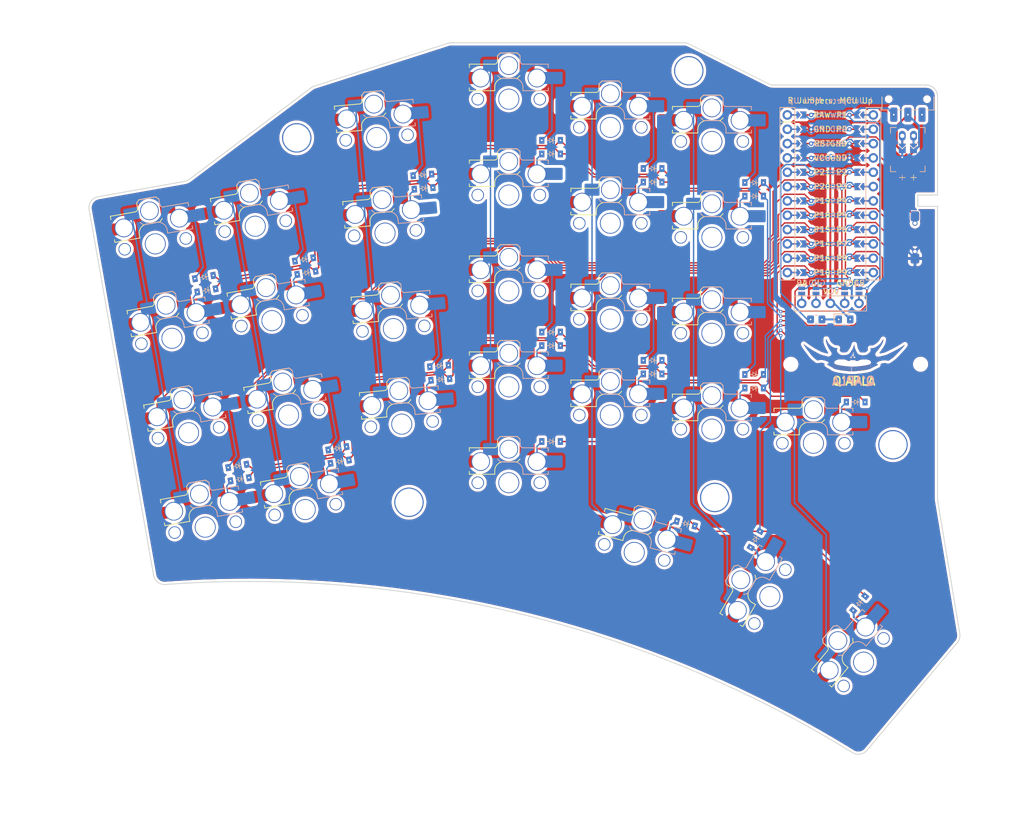
<source format=kicad_pcb>
(kicad_pcb (version 20240108) (generator "pcbnew") (generator_version "8.0")
  (title_block (title "qapla_choc") (date "2024-08-30") (rev "v1.0.0") (company "Unknown"))
  (layers (0 "F.Cu" signal) (31 "B.Cu" signal) (34 "B.Paste" user) (35 "F.Paste" user) (36 "B.SilkS" user "B.Silkscreen") (37 "F.SilkS" user "F.Silkscreen") (38 "B.Mask" user) (39 "F.Mask" user) (44 "Edge.Cuts" user))
  (net 0 "")
  (net 1 "P20")
  (net 2 "outer_bottom")
  (net 3 "GND")
  (net 4 "outer_home")
  (net 5 "outer_top")
  (net 6 "outer_num")
  (net 7 "P19")
  (net 8 "pinky_bottom")
  (net 9 "pinky_home")
  (net 10 "pinky_top")
  (net 11 "pinky_num")
  (net 12 "P18")
  (net 13 "ring_bottom")
  (net 14 "ring_home")
  (net 15 "ring_top")
  (net 16 "ring_num")
  (net 17 "P15")
  (net 18 "middle_mod")
  (net 19 "middle_bottom")
  (net 20 "middle_home")
  (net 21 "middle_top")
  (net 22 "middle_num")
  (net 23 "P14")
  (net 24 "index_bottom")
  (net 25 "index_home")
  (net 26 "index_top")
  (net 27 "index_num")
  (net 28 "P16")
  (net 29 "inner_bottom")
  (net 30 "inner_home")
  (net 31 "inner_top")
  (net 32 "inner_num")
  (net 33 "P10")
  (net 34 "inner_far_bottom")
  (net 35 "alt_mod")
  (net 36 "inner_mod")
  (net 37 "outer_mod")
  (net 38 "P7")
  (net 39 "P9")
  (net 40 "P6")
  (net 41 "P8")
  (net 42 "P5")
  (net 43 "RAW")
  (net 44 "RST")
  (net 45 "VCC")
  (net 46 "P21")
  (net 47 "P1")
  (net 48 "P0")
  (net 49 "P2")
  (net 50 "P3")
  (net 51 "P4")
  (net 52 "MCU1_24")
  (net 53 "MCU1_1")
  (net 54 "MCU1_23")
  (net 55 "MCU1_2")
  (net 56 "MCU1_22")
  (net 57 "MCU1_3")
  (net 58 "MCU1_21")
  (net 59 "MCU1_4")
  (net 60 "MCU1_20")
  (net 61 "MCU1_5")
  (net 62 "MCU1_19")
  (net 63 "MCU1_6")
  (net 64 "MCU1_18")
  (net 65 "MCU1_7")
  (net 66 "MCU1_17")
  (net 67 "MCU1_8")
  (net 68 "MCU1_16")
  (net 69 "MCU1_9")
  (net 70 "MCU1_15")
  (net 71 "MCU1_10")
  (net 72 "MCU1_14")
  (net 73 "MCU1_11")
  (net 74 "MCU1_13")
  (net 75 "MCU1_12")
  (net 76 "DISP1_1")
  (net 77 "DISP1_2")
  (net 78 "DISP1_4")
  (net 79 "DISP1_5")
  (net 80 "BAT_P")
  (net 81 "JST1_1")
  (net 82 "JST1_2")
  (net 83 "_3_1")
  (footprint "ceoloide:mcu_nice_nano" (layer "F.Cu") (at 232.300778 53.578295)
    (property "Reference" "MCU1" (hide yes))
    (property "Value" "")
  )
  (footprint "switch_JS102011SAQN" (layer "F.Cu") (at 246.050781 38.078293 180)
    (property "Reference" "_2" (hide yes))
    (property "Value" "")
  )
  (footprint "footprints:batleth" (layer "F.Cu") (at 236.55 83.45)
    (property "Reference" "")
    (property "Value" "")
    (property "reference" "LOGO" (hide yes))
    (property "value" "LOGO" (hide yes))
  )
  (footprint "reset_switch" (layer "F.Cu") (at 247.300783 62.578297 90)
    (property "Reference" "_1" (hide yes))
    (property "Value" "" (hide yes))
  )
  (footprint "ceoloide:mounting_hole_plated" (layer "F.Cu") (at 211.807753 108.690758)
    (property "Reference" "H4" (hide yes))
    (property "Value" "")
  )
  (footprint "D_0805_2012Metric_Pad1.15x1.40mm_HandSolder" (layer "F.Cu") (at 232.300784 77.128299)
    (property "Reference" "_3" (hide yes))
    (property "Value" "")
  )
  (footprint "ceoloide:mounting_hole_plated" (layer "F.Cu") (at 137.70775 44.940761)
    (property "Reference" "H1" (hide yes))
    (property "Value" "")
  )
  (footprint "ceoloide:mounting_hole_plated" (layer "F.Cu") (at 207.207758 33.040753)
    (property "Reference" "H3" (hide yes))
    (property "Value" "")
  )
  (footprint "ceoloide:mounting_hole_plated" (layer "F.Cu") (at 243.407753 99.34076)
    (property "Reference" "H5" (hide yes))
    (property "Value" "")
  )
  (footprint "ceoloide:mounting_hole_npth" (layer "F.Cu") (at 225.300786 85.078298)
    (property "Reference" "MH1" (hide yes))
    (property "Value" "")
  )
  (footprint "ceoloide:mounting_hole_npth" (layer "F.Cu") (at 248.300785 85.078294)
    (property "Reference" "MH2" (hide yes))
    (property "Value" "")
  )
  (footprint "R_0805_2012Metric_Pad1.20x1.40mm_HandSolder" (layer "F.Cu") (at 232.300784 77.128299)
    (property "Reference" "_3" (hide yes))
    (property "Value" "")
  )
  (footprint "ceoloide:mounting_hole_plated" (layer "F.Cu") (at 157.607753 109.540759)
    (property "Reference" "H2" (hide yes))
    (property "Value" "")
  )
  (footprint "ceoloide:display_nice_view" (layer "F.Cu") (at 232.300783 57.578292)
    (property "Reference" "DISP1" (hide yes))
    (property "Value" "")
  )
  (footprint "ceoloide:battery_connector_jst_ph_2" (layer "F.Cu") (at 246.050786 44.5783)
    (property "Reference" "JST1" (hide yes))
    (property "Value" "")
  )
  (footprint "ceoloide:diode_tht_sod123" (layer "B.Cu") (at 219.004948 116.117375 -120)
    (property "Reference" "D28" (hide yes))
    (property "Value" "")
  )
  (footprint "ceoloide:switch_choc_v1_v2" (layer "B.Cu") (at 238.197059 137.892662 50)
    (property "Reference" "S29" (hide yes))
    (property "Value" "")
  )
  (footprint "ceoloide:switch_choc_v1_v2" (layer "B.Cu") (at 221.576934 126.262563 60)
    (property "Reference" "S28" (hide yes))
    (property "Value" "")
  )
  (footprint "ceoloide:diode_tht_sod123" (layer "B.Cu") (at 145.328697 102.338244 -170)
    (property "Reference" "D15" (hide yes))
    (property "Value" "")
  )
  (footprint "ceoloide:switch_choc_v1_v2" (layer "B.Cu") (at 193.300785 60.078296)
    (property "Reference" "S20" (hide yes))
    (property "Value" "")
  )
  (footprint "ceoloide:switch_choc_v1_v2" (layer "B.Cu") (at 211.300785 45.5783)
    (property "Reference" "S25" (hide yes))
    (property "Value" "")
  )
  (footprint "ceoloide:switch_choc_v1_v2" (layer "B.Cu") (at 139.210276 110.829706 10)
    (property "Reference" "S5" (hide yes))
    (property "Value" "")
  )
  (footprint "ceoloide:diode_tht_sod123" (layer "B.Cu") (at 218.800777 89.278296 180)
    (property "Reference" "D24" (hide yes))
    (property "Value" "")
  )
  (footprint "ceoloide:switch_choc_v1_v2" (layer "B.Cu") (at 193.300788 77.078298)
    (property "Reference" "S19" (hide yes))
    (property "Value" "")
  )
  (footprint "ceoloide:switch_choc_v1_v2" (layer "B.Cu") (at 211.300784 79.578296)
    (property "Reference" "S23" (hide yes))
    (property "Value" "")
  )
  (footprint "ceoloide:switch_choc_v1_v2" (layer "B.Cu") (at 211.300783 96.5783)
    (property "Reference" "S22" (hide yes))
    (property "Value" "")
  )
  (footprint "ceoloide:diode_tht_sod123" (layer "B.Cu") (at 237.425842 127.454981 -130)
    (property "Reference" "D29" (hide yes))
    (property "Value" "")
  )
  (footprint "ceoloide:diode_tht_sod123" (layer "B.Cu") (at 182.800784 79.378297 180)
    (property "Reference" "D7" (hide yes))
    (property "Value" "")
  )
  (footprint "ceoloide:diode_tht_sod123" (layer "B.Cu") (at 182.800781 45.378299 180)
    (property "Reference" "D8" (hide yes))
    (property "Value" "")
  )
  (footprint "ceoloide:diode_tht_sod123" (layer "B.Cu") (at 218.800783 86.8783 180)
    (property "Reference" "D11" (hide yes))
    (property "Value" "")
  )
  (footprint "ceoloide:diode_tht_sod123" (layer "B.Cu") (at 236.800784 91.778298 180)
    (property "Reference" "D26" (hide yes))
    (property "Value" "")
  )
  (footprint "ceoloide:diode_tht_sod123" (layer "B.Cu") (at 218.80078 52.878298 180)
    (property "Reference" "D12" (hide yes))
    (property "Value" "")
  )
  (footprint "ceoloide:diode_tht_sod123" (layer "B.Cu") (at 200.800785 50.378305 180)
    (property "Reference" "D10" (hide yes))
    (property "Value" "")
  )
  (footprint "ceoloide:diode_tht_sod123" (layer "B.Cu") (at 139.424665 68.854784 -170)
    (property "Reference" "D16" (hide yes))
    (property "Value" "")
  )
  (footprint "ceoloide:switch_choc_v1_v2" (layer "B.Cu") (at 156.323412 95.692769 5)
    (property "Reference" "S9" (hide yes))
    (property "Value" "")
  )
  (footprint "ceoloide:switch_choc_v1_v2" (layer "B.Cu") (at 133.306238 77.346242 10)
    (property "Reference" "S7" (hide yes))
    (property "Value" "")
  )
  (footprint "ceoloide:switch_choc_v1_v2" (layer "B.Cu") (at 115.579701 80.471907 10)
    (property "Reference" "S3" (hide yes))
    (property "Value" "")
  )
  (footprint "ceoloide:diode_tht_sod123" (layer "B.Cu") (at 206.677248 113.316648 165)
    (property "Reference" "D27" (hide yes))
    (property "Value" "")
  )
  (footprint "ceoloide:diode_tht_sod123" (layer "B.Cu") (at 162.94946 85.376006 -175)
    (property "Reference" "D5" (hide yes))
    (property "Value" "")
  )
  (footprint "ceoloide:switch_choc_v1_v2" (layer "B.Cu") (at 130.354217 60.604508 10)
    (property "Reference" "S8" (hide yes))
    (property "Value" "")
  )
  (footprint "ceoloide:switch_choc_v1_v2" (layer "B.Cu") (at 154.841766 78.757458 5)
    (property "Reference" "S10" (hide yes))
    (property "Value" "")
  )
  (footprint "ceoloide:diode_tht_sod123" (layer "B.Cu") (at 200.800786 86.778299 180)
    (property "Reference" "D22" (hide yes))
    (property "Value" "")
  )
  (footprint "ceoloide:switch_choc_v1_v2" (layer "B.Cu") (at 175.300786 89.078299)
    (property "Reference" "S14" (hide yes))
    (property "Value" "")
  )
  (footprint "ceoloide:diode_tht_sod123" (layer "B.Cu") (at 121.281374 69.61691 -170)
    (property "Reference" "D2" (hide yes))
    (property "Value" "")
  )
  (footprint "ceoloide:switch_choc_v1_v2" (layer "B.Cu") (at 193.300781 43.078299)
    (property "Reference" "S21" (hide yes))
    (property "Value" "")
  )
  (footprint "ceoloide:switch_choc_v1_v2" (layer "B.Cu") (at 211.300781 62.578298)
    (property "Reference" "S24" (hide yes))
    (property "Value" "")
  )
  (footprint "ceoloide:diode_tht_sod123" (layer "B.Cu") (at 218.800781 55.2783 180)
    (property "Reference" "D25" (hide yes))
    (property "Value" "")
  )
  (footprint "ceoloide:diode_tht_sod123" (layer "B.Cu") (at 127.185404 103.100376 -170)
    (property "Reference" "D1" (hide yes))
    (property "Value" "")
  )
  (footprint "ceoloide:switch_choc_v1_v2" (layer "B.Cu") (at 121.483735 113.955374 10)
    (property "Reference" "S1" (hide yes))
    (property "Value" "")
  )
  (footprint "ceoloide:diode_tht_sod123" (layer "B.Cu") (at 159.986164 51.505387 -175)
    (property "Reference" "D6" (hide yes))
    (property "Value" "")
  )
  (footprint "ceoloide:diode_tht_sod123" (layer "B.Cu") (at 182.800783 98.778298 180)
    (property "Reference" "D19" (hide yes))
    (property "Value" "")
  )
  (footprint "ceoloide:diode_tht_sod123" (layer "B.Cu") (at 160.195337 53.896256 -175)
    (property "Reference" "D18" (hide yes))
    (property "Value" "")
  )
  (footprint "ceoloide:switch_choc_v1_v2" (layer "B.Cu") (at 151.878474 44.886835 5)
    (property "Reference" "S12" (hide yes))
    (property "Value" "")
  )
  (footprint "ceoloide:diode_tht_sod123" (layer "B.Cu") (at 200.800782 52.7783 180)
    (property "Reference" "D23" (hide yes))
    (property "Value" "")
  )
  (footprint "ceoloide:switch_choc_v1_v2" (layer "B.Cu") (at 175.30078 106.078298)
    (property "Reference" "S13" (hide yes))
    (property "Value" "")
  )
  (footprint "ceoloide:switch_choc_v1_v2" (layer "B.Cu") (at 118.531718 97.213637 10)
    (property "Reference" "S2" (hide yes))
    (property "Value" "")
  )
  (footprint "ceoloide:diode_tht_sod123" (layer "B.Cu") (at 121.698129 71.980446 -170)
    (property "Reference" "D14" (hide yes))
    (property "Value" "")
  )
  (footprint "ceoloide:diode_tht_sod123" (layer "B.Cu") (at 139.007911 66.491243 -170)
    (property "Reference" "D4" (hide yes))
    (property "Value" "")
  )
  (footprint "ceoloide:switch_choc_v1_v2" (layer "B.Cu") (at 175.300784 38.0783)
    (property "Reference" "S17" (hide yes))
    (property "Value" "")
  )
  (footprint "ceoloide:diode_tht_sod123" (layer "B.Cu") (at 200.800785 84.378294 180)
    (property "Reference" "D9" (hide yes))
    (property "Value" "")
  )
  (footprint "ceoloide:switch_choc_v1_v2" (layer "B.Cu") (at 112.627677 63.730174 10)
    (property "Reference" "S4" (hide yes))
    (property "Value" "")
  )
  (footprint "ceoloide:diode_tht_sod123" (layer "B.Cu") (at 163.15863 87.766873 -175)
    (property "Reference" "D17" (hide yes))
    (property "Value" "")
  )
  (footprint "ceoloide:diode_tht_sod123" (layer "B.Cu") (at 127.602162 105.463915 -170)
    (property "Reference" "D13" (hide yes))
    (property "Value" "")
  )
  (footprint "ceoloide:switch_choc_v1_v2" (layer "B.Cu") (at 153.360115 61.822146 5)
    (property "Reference" "S11" (hide yes))
    (property "Value" "")
  )
  (footprint "ceoloide:switch_choc_v1_v2" (layer "B.Cu") (at 175.300786 72.078296)
    (property "Reference" "S15" (hide yes))
    (property "Value" "")
  )
  (footprint "ceoloide:switch_choc_v1_v2" (layer "B.Cu") (at 229.300782 99.078294)
    (property "Reference" "S26" (hide yes))
    (property "Value" "")
  )
  (footprint "ceoloide:switch_choc_v1_v2" (layer "B.Cu") (at 197.54342 118.426766 -15)
    (property "Reference" "S27" (hide yes))
    (property "Value" "")
  )
  (footprint "ceoloide:switch_choc_v1_v2" (layer "B.Cu") (at 193.300783 94.078298)
    (property "Reference" "S18" (hide yes))
    (property "Value" "")
  )
  (footprint "ceoloide:switch_choc_v1_v2" (layer "B.Cu") (at 136.258257 94.087968 10)
    (property "Reference" "S6" (hide yes))
    (property "Value" "")
  )
  (footprint "ceoloide:diode_tht_sod123" (layer "B.Cu") (at 144.911946 99.974707 -170)
    (property "Reference" "D3" (hide yes))
    (property "Value" "")
  )
  (footprint "ceoloide:switch_choc_v1_v2" (layer "B.Cu") (at 175.300783 55.078299)
    (property "Reference" "S16" (hide yes))
    (property "Value" "")
  )
  (footprint "ceoloide:diode_tht_sod123" (layer "B.Cu") (at 182.800786 47.778294 180)
    (property "Reference" "D21" (hide yes))
    (property "Value" "")
  )
  (footprint "ceoloide:diode_tht_sod123" (layer "B.Cu") (at 182.800786 81.778301 180)
    (property "Reference" "D20" (hide yes))
    (property "Value" "")
  )
  (gr_line (start 247.800783 57.078298) (end 251.300785 57.0783) (stroke (width 0.15)) (layer "Edge.Cuts"))
  (gr_line (start 207.223075 28.289442) (end 221.378494 35.367151) (stroke (width 0.15)) (layer "Edge.Cuts"))
  (gr_arc (start 118.660063 52.291984) (mid 118.254743 52.527868) (end 117.805639 52.662893) (stroke (width 0.15)) (layer "Edge.Cuts"))
  (gr_arc (start 100.898015 57.675022) (mid 101.229343 56.18059) (end 102.520335 55.358105) (stroke (width 0.15)) (layer "Edge.Cuts"))
  (gr_arc (start 255.24917 132.817462) (mid 255.205609 133.672636) (end 254.808361 134.431185) (stroke (width 0.15)) (layer "Edge.Cuts"))
  (gr_line (start 251.300785 55.0783) (end 251.300785 37.578304) (stroke (width 0.15)) (layer "Edge.Cuts"))
  (gr_line (start 112.323875 122.474303) (end 100.898015 57.675022) (stroke (width 0.15)) (layer "Edge.Cuts"))
  (gr_line (start 165.112998 28.078295) (end 206.328646 28.078299) (stroke (width 0.15)) (layer "Edge.Cuts"))
  (gr_line (start 254.808361 134.431185) (end 238.798728 153.510721) (stroke (width 0.15)) (layer "Edge.Cuts"))
  (gr_line (start 118.660063 52.291984) (end 140.27667 36.043133) (stroke (width 0.15)) (layer "Edge.Cuts"))
  (gr_arc (start 140.27667 36.043133) (mid 140.559895 35.865232) (end 140.868802 35.737005) (stroke (width 0.15)) (layer "Edge.Cuts"))
  (gr_line (start 251.300785 55.0783) (end 247.800786 55.078293) (stroke (width 0.15)) (layer "Edge.Cuts"))
  (gr_arc (start 238.798728 153.510721) (mid 237.584787 154.199674) (end 236.215877 153.926884) (stroke (width 0.15)) (layer "Edge.Cuts"))
  (gr_arc (start 249.300784 35.578297) (mid 250.714963 36.164101) (end 251.300785 37.578304) (stroke (width 0.15)) (layer "Edge.Cuts"))
  (gr_arc (start 164.503414 28.173458) (mid 164.804514 28.102224) (end 165.112998 28.078295) (stroke (width 0.15)) (layer "Edge.Cuts"))
  (gr_line (start 251.327882 109.241251) (end 255.24917 132.817462) (stroke (width 0.15)) (layer "Edge.Cuts"))
  (gr_line (start 251.30078 108.913109) (end 251.300785 57.0783) (stroke (width 0.15)) (layer "Edge.Cuts"))
  (gr_line (start 140.868802 35.737005) (end 164.503414 28.173458) (stroke (width 0.15)) (layer "Edge.Cuts"))
  (gr_arc (start 114.439552 124.121663) (mid 113.064751 123.705055) (end 112.323876 122.474303) (stroke (width 0.15)) (layer "Edge.Cuts"))
  (gr_line (start 102.520335 55.358105) (end 117.805638 52.662892) (stroke (width 0.15)) (layer "Edge.Cuts"))
  (gr_arc (start 222.272917 35.578295) (mid 221.813417 35.524784) (end 221.378494 35.367151) (stroke (width 0.15)) (layer "Edge.Cuts"))
  (gr_arc (start 206.328646 28.078299) (mid 206.788153 28.1318) (end 207.223076 28.289444) (stroke (width 0.15)) (layer "Edge.Cuts"))
  (gr_line (start 222.272917 35.578295) (end 249.300784 35.578297) (stroke (width 0.15)) (layer "Edge.Cuts"))
  (gr_line (start 247.800786 55.078293) (end 247.800783 57.078298) (stroke (width 0.15)) (layer "Edge.Cuts"))
  (gr_arc (start 251.327882 109.241251) (mid 251.307571 109.077738) (end 251.30078 108.913109) (stroke (width 0.15)) (layer "Edge.Cuts"))
  (gr_arc (start 114.43955 124.121665) (mid 177.680181 129.412708) (end 236.215877 153.926884) (stroke (width 0.15)) (layer "Edge.Cuts"))
  (gr_text "Q'APLA" (at 240.4 88.95 0) (layer "B.SilkS") (effects (font (size 1.5 1.5) (thickness 0.3) (bold yes)) (justify left bottom mirror)))
  (gr_text "Q'APLA" (at 232.5 88.95 0) (layer "F.SilkS") (effects (font (size 1.5 1.5) (thickness 0.3) (bold yes)) (justify left bottom)))
  (segment (start 227.525785 53.578297) (end 228.900787 53.578295) (width 0.25) (layer "F.Cu") (net 1))
  (segment (start 220.56802 67.1) (end 184.309188 67.1) (width 0.25) (layer "F.Cu") (net 1))
  (segment (start 184.309188 67.1) (end 180.009188 62.8) (width 0.25) (layer "F.Cu") (net 1))
  (segment (start 221.255778 62.95601) (end 221.255778 66.412242) (width 0.25) (layer "F.Cu") (net 1))
  (segment (start 149.944701 73.032507) (end 145.684016 73.032507) (width 0.25) (layer "F.Cu") (net 1))
  (segment (start 160.177208 62.8) (end 149.944701 73.032507) (width 0.25) (layer "F.Cu") (net 1))
  (segment (start 228.900778 53.578295) (end 227.725778 52.403295) (width 0.25) (layer "F.Cu") (net 1))
  (segment (start 145.684016 73.032507) (end 129.566523 89.15) (width 0.25) (layer "F.Cu") (net 1))
  (segment (start 129.566523 89.15) (end 115.861896 89.15) (width 0.25) (layer "F.Cu") (net 1))
  (segment (start 222.15 62.061788) (end 221.255778 62.95601) (width 0.25) (layer "F.Cu") (net 1))
  (segment (start 221.255778 66.412242) (end 220.56802 67.1) (width 0.25) (layer "F.Cu") (net 1))
  (segment (start 227.725778 52.403295) (end 224.194077 52.403295) (width 0.25) (layer "F.Cu") (net 1))
  (segment (start 224.194077 52.403295) (end 222.15 54.447372) (width 0.25) (layer "F.Cu") (net 1))
  (segment (start 222.15 54.447372) (end 222.15 62.061788) (width 0.25) (layer "F.Cu") (net 1))
  (segment (start 115.861896 89.15) (end 112.956499 92.055397) (width 0.25) (layer "F.Cu") (net 1))
  (segment (start 112.956499 92.055397) (end 112.956499 94.388849) (width 0.25) (layer "F.Cu") (net 1))
  (segment (start 180.009188 62.8) (end 160.177208 62.8) (width 0.25) (layer "F.Cu") (net 1))
  (segment (start 235.400477 52.853297) (end 234.895477 53.358298) (width 0.25) (layer "B.Cu") (net 1))
  (segment (start 234.895477 53.358298) (end 229.120785 53.358297) (width 0.25) (layer "B.Cu") (net 1))
  (segment (start 108.39877 58.434055) (end 117.254828 108.659255) (width 0.25) (layer "B.Cu") (net 1))
  (segment (start 236.00109 52.853297) (end 235.400477 52.853297) (width 0.25) (layer "B.Cu") (net 1))
  (segment (start 237.075782 53.5783) (end 236.726087 53.578296) (width 0.25) (layer "B.Cu") (net 1))
  (segment (start 236.726087 53.578296) (end 236.00109 52.853297) (width 0.25) (layer "B.Cu") (net 1))
  (segment (start 125.287744 106.735123) (end 125.977229 105.750435) (width 0.25) (layer "B.Cu") (net 2))
  (segment (start 125.756592 109.394102) (end 125.287744 106.735123) (width 0.25) (layer "B.Cu") (net 2))
  (segment (start 229.760782 44.278302) (end 228.900783 43.418297) (width 0.35) (layer "F.Cu") (net 3))
  (segment (start 245.050786 48.390767) (end 244.801263 48.390756) (width 0.35) (layer "F.Cu") (net 3))
  (segment (start 247.050783 47.394296) (end 246.05432 48.39076) (width 0.35) (layer "F.Cu") (net 3))
  (segment (start 244.801263 48.390756) (end 241.145782 44.735273) (width 0.35) (layer "F.Cu") (net 3))
  (segment (start 229.760781 71.628298) (end 229.760782 44.278302) (width 0.35) (layer "F.Cu") (net 3))
  (segment (start 237.075787 45.958299) (end 235.700783 45.958299) (width 0.25) (layer "F.Cu") (net 3))
  (segment (start 241.145788 42.910891) (end 240.425652 42.190756) (width 0.35) (layer "F.Cu") (net 3))
  (segment (start 240.425652 42.190756) (end 230.128324 42.190756) (width 0.35) (layer "F.Cu") (net 3))
  (segment (start 230.128324 42.190756) (end 228.900783 43.418297) (width 0.35) (layer "F.Cu") (net 3))
  (segment (start 241.145782 44.735273) (end 241.145788 42.910891) (width 0.35) (layer "F.Cu") (net 3))
  (segment (start 246.05432 48.39076) (end 245.050786 48.390767) (width 0.35) (layer "F.Cu") (net 3))
  (segment (start 237.075782 48.498297) (end 235.700786 48.498299) (width 0.25) (layer "F.Cu") (net 3))
  (segment (start 227.52578 43.418296) (end 228.900783 43.418297) (width 0.25) (layer "F.Cu") (net 3))
  (via (at 245.050786 48.390767) (size 0.6) (drill 0.3) (layers "F.Cu" "B.Cu") (net 3))
  (via (at 229.826495 70.756474) (size 0.6) (drill 0.3) (layers "F.Cu" "B.Cu") (net 3))
  (segment (start 229.201091 49.223299) (end 229.696087 48.728301) (width 0.25) (layer "B.Cu") (net 3))
  (segment (start 228.600474 49.223296) (end 229.201091 49.223299) (width 0.25) (layer "B.Cu") (net 3))
  (segment (start 245.050784 47.394294) (end 245.050786 48.390767) (width 0.35) (layer "B.Cu") (net 3))
  (segment (start 245.050782 64.078294) (end 247.300781 66.328301) (width 0.35) (layer "B.Cu") (net 3))
  (segment (start 227.875475 45.958301) (end 228.600473 46.683299) (width 0.25) (layer "B.Cu") (net 3))
  (segment (start 234.895478 43.198301) (end 229.120786 43.198298) (width 0.25) (layer "B.Cu") (net 3))
  (segment (start 234.840784 71.628298) (end 233.968957 70.75647) (width 0.35) (layer "B.Cu") (net 3))
  (segment (start 227.525782 45.958298) (end 227.875475 45.958301) (width 0.25) (layer "B.Cu") (net 3))
  (segment (start 245.050786 48.390767) (end 245.050782 64.078294) (width 0.35) (layer "B.Cu") (net 3))
  (segment (start 237.075781 43.418295) (end 236.726088 43.4183) (width 0.25) (layer "B.Cu") (net 3))
  (segment (start 227.875478 48.4983) (end 228.600474 49.223296) (width 0.25) (layer "B.Cu") (net 3))
  (segment (start 229.696087 48.728301) (end 235.470782 48.728297) (width 0.25) (layer "B.Cu") (net 3))
  (segment (start 236.001084 42.693299) (end 235.400478 42.693294) (width 0.25) (layer "B.Cu") (net 3))
  (segment (start 236.726088 43.4183) (end 236.001084 42.693299) (width 0.25) (layer "B.Cu") (net 3))
  (segment (start 235.400478 42.693294) (end 234.895478 43.198301) (width 0.25) (layer "B.Cu") (net 3))
  (segment (start 233.968957 70.75647) (end 229.826495 70.756474) (width 0.35) (layer "B.Cu") (net 3))
  (segment (start 227.525784 48.498297) (end 227.875478 48.4983) (width 0.25) (layer "B.Cu") (net 3))
  (segment (start 229.696084 46.188296) (end 235.470782 46.188304) (width 0.25) (layer "B.Cu") (net 3))
  (segment (start 229.201091 46.683301) (end 229.696084 46.188296) (width 0.25) (layer "B.Cu") (net 3))
  (segment (start 228.600473 46.683299) (end 229.201091 46.683301) (width 0.25) (layer "B.Cu") (net 3))
  (segment (start 127.018533 101.30457) (end 125.560475 103.386897) (width 0.25) (layer "B.Cu") (net 4))
  (segment (start 125.411851 92.192635) (end 127.018533 101.30457) (width 0.25) (layer "B.Cu") (net 4))
  (segment (start 119.383706 73.251651) (end 120.073194 72.266961) (width 0.25) (layer "B.Cu") (net 5))
  (segment (start 119.852556 75.910635) (end 119.383706 73.251651) (width 0.25) (layer "B.Cu") (net 5))
  (segment (start 119.507816 58.709172) (end 121.114501 67.821105) (width 0.25) (layer "B.Cu") (net 6))
  (segment (start 121.114501 67.821105) (end 119.656441 69.903431) (width 0.25) (layer "B.Cu") (net 6))
  (segment (start 179.822792 63.25) (end 160.363604 63.25) (width 0.25) (layer "F.Cu") (net 7))
  (segment (start 222.6 56.537372) (end 222.6 62.248184) (width 0.25) (layer "F.Cu") (net 7))
  (segment (start 228.900778 56.118295) (end 227.725778 54.943295) (width 0.25) (layer "F.Cu") (net 7))
  (segment (start 220.754416 67.55) (end 184.122792 67.55) (width 0.25) (layer "F.Cu") (net 7))
  (segment (start 160.363604 63.25) (end 150.131097 73.482507) (width 0.25) (layer "F.Cu") (net 7))
  (segment (start 130.683038 88.669881) (end 130.683038 91.26318) (width 0.25) (layer "F.Cu") (net 7))
  (segment (start 222.6 62.248184) (end 221.705778 63.142406) (width 0.25) (layer "F.Cu") (net 7))
  (segment (start 221.705778 66.598638) (end 220.754416 67.55) (width 0.25) (layer "F.Cu") (net 7))
  (segment (start 184.122792 67.55) (end 179.822792 63.25) (width 0.25) (layer "F.Cu") (net 7))
  (segment (start 221.705778 63.142406) (end 221.705778 66.598638) (width 0.25) (layer "F.Cu") (net 7))
  (segment (start 224.194077 54.943295) (end 222.6 56.537372) (width 0.25) (layer "F.Cu") (net 7))
  (segment (start 227.525787 56.118298) (end 228.900778 56.118296) (width 0.25) (layer "F.Cu") (net 7))
  (segment (start 227.725778 54.943295) (end 224.194077 54.943295) (width 0.25) (layer "F.Cu") (net 7))
  (segment (start 145.870412 73.482507) (end 130.683038 88.669881) (width 0.25) (layer "F.Cu") (net 7))
  (segment (start 150.131097 73.482507) (end 145.870412 73.482507) (width 0.25) (layer "F.Cu") (net 7))
  (segment (start 126.125315 55.308387) (end 134.981366 105.533583) (width 0.25) (layer "B.Cu") (net 7))
  (segment (start 134.981366 105.533583) (end 134.981367 105.533585) (width 0.25) (layer "B.Cu") (net 7))
  (segment (start 236.726086 56.118299) (end 236.001086 55.393303) (width 0.25) (layer "B.Cu") (net 7))
  (segment (start 236.001086 55.393303) (end 235.400476 55.3933) (width 0.25) (layer "B.Cu") (net 7))
  (segment (start 235.400476 55.3933) (end 234.895477 55.898294) (width 0.25) (layer "B.Cu") (net 7))
  (segment (start 234.895477 55.898294) (end 229.12078 55.898298) (width 0.25) (layer "B.Cu") (net 7))
  (segment (start 237.075785 56.118304) (end 236.726086 56.118299) (width 0.25) (layer "B.Cu") (net 7))
  (segment (start 143.483138 106.268431) (end 143.014283 103.60945) (width 0.25) (layer "B.Cu") (net 8))
  (segment (start 143.014283 103.60945) (end 143.70377 102.624762) (width 0.25) (layer "B.Cu") (net 8))
  (segment (start 144.745074 98.178896) (end 143.287014 100.261224) (width 0.25) (layer "B.Cu") (net 9))
  (segment (start 143.13839 89.066963) (end 144.745074 98.178896) (width 0.25) (layer "B.Cu") (net 9))
  (segment (start 137.110247 70.125991) (end 137.799733 69.141302) (width 0.25) (layer "B.Cu") (net 10))
  (segment (start 137.579094 72.784971) (end 137.110247 70.125991) (width 0.25) (layer "B.Cu") (net 10))
  (segment (start 138.841036 64.69544) (end 137.38297 66.777764) (width 0.25) (layer "B.Cu") (net 11))
  (segment (start 137.234353 55.583501) (end 138.841036 64.69544) (width 0.25) (layer "B.Cu") (net 11))
  (segment (start 227.725776 57.483295) (end 224.194078 57.483295) (width 0.25) (layer "F.Cu") (net 12))
  (segment (start 160.55 63.7) (end 149.533958 74.716042) (width 0.25) (layer "F.Cu") (net 12))
  (segment (start 220.940812 68) (end 183.936396 68) (width 0.25) (layer "F.Cu") (net 12))
  (segment (start 224.194078 57.483295) (end 223.05 58.627373) (width 0.25) (layer "F.Cu") (net 12))
  (segment (start 222.155778 63.328802) (end 222.155778 66.785034) (width 0.25) (layer "F.Cu") (net 12))
  (segment (start 149.533958 74.716042) (end 149.533958 75.457507) (width 0.25) (layer "F.Cu") (net 12))
  (segment (start 228.900776 58.658295) (end 227.725776 57.483295) (width 0.25) (layer "F.Cu") (net 12))
  (segment (start 183.936396 68) (end 179.636396 63.7) (width 0.25) (layer "F.Cu") (net 12))
  (segment (start 227.525782 58.658296) (end 228.900784 58.658299) (width 0.25) (layer "F.Cu") (net 12))
  (segment (start 223.05 58.627373) (end 223.05 62.43458) (width 0.25) (layer "F.Cu") (net 12))
  (segment (start 223.05 62.43458) (end 222.155778 63.328802) (width 0.25) (layer "F.Cu") (net 12))
  (segment (start 179.636396 63.7) (end 160.55 63.7) (width 0.25) (layer "F.Cu") (net 12))
  (segment (start 222.155778 66.785034) (end 220.940812 68) (width 0.25) (layer "F.Cu") (net 12))
  (segment (start 234.895476 58.4383) (end 229.120783 58.438299) (width 0.25) (layer "B.Cu") (net 12))
  (segment (start 148.209634 40.184078) (end 152.572186 90.048227) (width 0.25) (layer "B.Cu") (net 12))
  (segment (start 236.726087 58.658297) (end 236.001086 57.933297) (width 0.25) (layer "B.Cu") (net 12))
  (segment (start 236.001086 57.933297) (end 235.400475 57.933291) (width 0.25) (layer "B.Cu") (net 12))
  (segment (start 237.075783 58.658295) (end 236.726087 58.658297) (width 0.25) (layer "B.Cu") (net 12))
  (segment (start 148.209632 40.184076) (end 148.209634 40.184078) (width 0.25) (layer "B.Cu") (net 12))
  (segment (start 148.127241 39.242295) (end 148.209632 40.184076) (width 0.25) (layer "B.Cu") (net 12))
  (segment (start 235.400475 57.933291) (end 234.895476 58.4383) (width 0.25) (layer "B.Cu") (net 12))
  (segment (start 160.742225 88.831532) (end 161.514913 87.910682) (width 0.25) (layer "B.Cu") (net 13))
  (segment (start 160.977547 91.521254) (end 160.742225 88.831532) (width 0.25) (layer "B.Cu") (net 13))
  (segment (start 162.939737 83.5725) (end 161.305734 85.519809) (width 0.25) (layer "B.Cu") (net 14))
  (segment (start 162.133326 74.355199) (end 162.939737 83.5725) (width 0.25) (layer "B.Cu") (net 14))
  (segment (start 157.778929 54.960912) (end 158.551611 54.040066) (width 0.25) (layer "B.Cu") (net 15))
  (segment (start 158.014254 57.650638) (end 157.778929 54.960912) (width 0.25) (layer "B.Cu") (net 15))
  (segment (start 159.976441 49.701872) (end 158.342441 51.649196) (width 0.25) (layer "B.Cu") (net 16))
  (segment (start 159.170028 40.484577) (end 159.976441 49.701872) (width 0.25) (layer "B.Cu") (net 16))
  (segment (start 179.453294 64.153294) (end 174.475788 64.153294) (width 0.25) (layer "F.Cu") (net 17))
  (segment (start 228.900777 61.198295) (end 227.725777 60.023295) (width 0.25) (layer "F.Cu") (net 17))
  (segment (start 227.52578 61.198299) (end 228.900784 61.198299) (width 0.25) (layer "F.Cu") (net 17))
  (segment (start 222.605778 63.515198) (end 222.605778 66.97143) (width 0.25) (layer "F.Cu") (net 17))
  (segment (start 224.194077 60.023295) (end 223.5 60.717372) (width 0.25) (layer "F.Cu") (net 17))
  (segment (start 223.5 60.717372) (end 223.5 62.620976) (width 0.25) (layer "F.Cu") (net 17))
  (segment (start 174.475788 64.153294) (end 170.300786 68.328296) (width 0.25) (layer "F.Cu") (net 17))
  (segment (start 221.127208 68.45) (end 183.75 68.45) (width 0.25) (layer "F.Cu") (net 17))
  (segment (start 222.605778 66.97143) (end 221.127208 68.45) (width 0.25) (layer "F.Cu") (net 17))
  (segment (start 223.5 62.620976) (end 222.605778 63.515198) (width 0.25) (layer "F.Cu") (net 17))
  (segment (start 183.75 68.45) (end 179.453294 64.153294) (width 0.25) (layer "F.Cu") (net 17))
  (segment (start 227.725777 60.023295) (end 224.194077 60.023295) (width 0.25) (layer "F.Cu") (net 17))
  (segment (start 236.001085 60.473296) (end 235.400479 60.473297) (width 0.25) (layer "B.Cu") (net 17))
  (segment (start 236.726086 61.198298) (end 236.001085 60.473296) (width 0.25) (layer "B.Cu") (net 17))
  (segment (start 235.400479 60.473297) (end 234.895482 60.978295) (width 0.25) (layer "B.Cu") (net 17))
  (segment (start 237.075783 61.198298) (end 236.726086 61.198298) (width 0.25) (layer "B.Cu") (net 17))
  (segment (start 234.895482 60.978295) (end 229.120781 60.978302) (width 0.25) (layer "B.Cu") (net 17))
  (segment (start 172.055782 32.128296) (end 172.055782 100.1283) (width 0.25) (layer "B.Cu") (net 17))
  (segment (start 180.30078 102.328301) (end 180.300786 99.628297) (width 0.25) (layer "B.Cu") (net 18))
  (segment (start 180.300786 99.628297) (end 181.150784 98.778297) (width 0.25) (layer "B.Cu") (net 18))
  (segment (start 180.300785 82.628299) (end 181.150782 81.778298) (width 0.25) (layer "B.Cu") (net 19))
  (segment (start 180.300781 85.328299) (end 180.300785 82.628299) (width 0.25) (layer "B.Cu") (net 19))
  (segment (start 182.948286 68.328296) (end 182.948283 77.580801) (width 0.25) (layer "B.Cu") (net 20))
  (segment (start 182.948283 77.580801) (end 181.150783 79.378295) (width 0.25) (layer "B.Cu") (net 20))
  (segment (start 180.300781 51.328299) (end 180.300777 51.047726) (width 0.25) (layer "B.Cu") (net 21))
  (segment (start 180.300781 51.328299) (end 180.300782 48.628294) (width 0.25) (layer "B.Cu") (net 21))
  (segment (start 180.300777 51.047726) (end 181.150784 50.19773) (width 0.25) (layer "B.Cu") (net 21))
  (segment (start 180.300782 48.628294) (end 181.150786 47.778301) (width 0.25) (layer "B.Cu") (net 21))
  (segment (start 182.948284 43.580793) (end 181.150787 45.378295) (width 0.25) (layer "B.Cu") (net 22))
  (segment (start 182.948283 34.328301) (end 182.948284 43.580793) (width 0.25) (layer "B.Cu") (net 22))
  (segment (start 223.055778 63.701594) (end 223.055778 67.157826) (width 0.25) (layer "F.Cu") (net 23))
  (segment (start 221.313604 68.9) (end 192.729086 68.9) (width 0.25) (layer "F.Cu") (net 23))
  (segment (start 192.729086 68.9) (end 188.300788 73.328298) (width 0.25) (layer "F.Cu") (net 23))
  (segment (start 227.525776 63.738298) (end 228.900782 63.738301) (width 0.25) (layer "F.Cu") (net 23))
  (segment (start 227.725778 62.563295) (end 224.194077 62.563295) (width 0.25) (layer "F.Cu") (net 23))
  (segment (start 223.055778 67.157826) (end 221.313604 68.9) (width 0.25) (layer "F.Cu") (net 23))
  (segment (start 228.900778 63.738295) (end 227.725778 62.563295) (width 0.25) (layer "F.Cu") (net 23))
  (segment (start 224.194077 62.563295) (end 223.055778 63.701594) (width 0.25) (layer "F.Cu") (net 23))
  (segment (start 236.00109 63.013297) (end 235.400482 63.013302) (width 0.25) (layer "B.Cu") (net 23))
  (segment (start 237.075784 63.738295) (end 236.726092 63.738292) (width 0.25) (layer "B.Cu") (net 23))
  (segment (start 190.05578 37.128297) (end 190.055782 88.128298) (width 0.25) (layer "B.Cu") (net 23))
  (segment (start 190.055782 88.128298) (end 190.055782 109.881864) (width 0.25) (layer "B.Cu") (net 23))
  (segment (start 234.895473 63.518298) (end 229.120784 63.518297) (width 0.25) (layer "B.Cu") (net 23))
  (segment (start 236.726092 63.738292) (end 236.00109 63.013297) (width 0.25) (layer "B.Cu") (net 23))
  (segment (start 235.400482 63.013302) (end 234.895473 63.518298) (width 0.25) (layer "B.Cu") (net 23))
  (segment (start 190.055782 109.881864) (end 193.684359 113.510452) (width 0.25) (layer "B.Cu") (net 23))
  (segment (start 198.300778 90.328298) (end 198.300782 87.628298) (width 0.25) (layer "B.Cu") (net 24))
  (segment (start 198.300782 87.628298) (end 199.150786 86.7783) (width 0.25) (layer "B.Cu") (net 24))
  (segment (start 200.948281 73.328295) (end 200.948282 82.580797) (width 0.25) (layer "B.Cu") (net 25))
  (segment (start 200.948282 82.580797) (end 199.150789 84.378301) (width 0.25) (layer "B.Cu") (net 25))
  (segment (start 198.300781 56.328297) (end 198.30078 53.628295) (width 0.25) (layer "B.Cu") (net 26))
  (segment (start 198.30078 53.628295) (end 199.150788 52.778295) (width 0.25) (layer "B.Cu") (net 26))
  (segment (start 200.948275 39.328297) (end 200.948287 48.5808) (width 0.25) (layer "B.Cu") (net 27))
  (segment (start 200.948287 48.5808) (end 199.150785 50.378297) (width 0.25) (layer "B.Cu") (net 27))
  (segment (start 212.77908 69.35) (end 206.300784 75.828296) (width 0.25) (layer "F.Cu") (net 28))
  (segment (start 223.505778 65.791594) (end 223.505778 67.344222) (width 0.25) (layer "F.Cu") (net 28))
  (segment (start 224.194077 65.103295) (end 223.505778 65.791594) (width 0.25) (layer "F.Cu") (net 28))
  (segment (start 223.505778 67.344222) (end 221.5 69.35) (width 0.25) (layer "F.Cu") (net 28))
  (segment (start 228.900778 66.278295) (end 227.725778 65.103295) (width 0.25) (layer "F.Cu") (net 28))
  (segment (start 227.725778 65.103295) (end 224.194077 65.103295) (width 0.25) (layer "F.Cu") (net 28))
  (segment (start 227.525782 66.278299) (end 228.900789 66.278302) (width 0.25) (layer "F.Cu") (net 28))
  (segment (start 221.5 69.35) (end 212.77908 69.35) (width 0.25) (layer "F.Cu") (net 28))
  (segment (start 208.055786 90.628296) (end 208.055785 109.738786) (width 0.25) (layer "B.Cu") (net 28))
  (segment (start 236.726091 66.278296) (end 236.001089 65.553296) (width 0.25) (layer "B.Cu") (net 28))
  (segment (start 234.895479 66.058298) (end 229.120786 66.058305) (width 0.25) (layer "B.Cu") (net 28))
  (segment (start 208.05578 39.628299) (end 208.055786 90.628296) (width 0.25) (layer "B.Cu") (net 28))
  (segment (start 235.400479 65.553295) (end 234.895479 66.058298) (width 0.25) (layer "B.Cu") (net 28))
  (segment (start 236.001089 65.553296) (end 235.400479 65.553295) (width 0.25) (layer "B.Cu") (net 28))
  (segment (start 208.055785 109.738786) (end 214.014625 115.69763) (width 0.25) (layer "B.Cu") (net 28))
  (segment (start 214.014625 115.69763) (end 214.014629 125.310863) (width 0.25) (layer "B.Cu") (net 28))
  (segment (start 237.07578 66.278298) (end 236.726091 66.278296) (width 0.25) (layer "B.Cu") (net 28))
  (segment (start 214.014629 125.310863) (end 214.801583 126.097815) (width 0.25) (layer "B.Cu") (net 28))
  (segment (start 216.300778 92.828295) (end 216.300779 90.128298) (width 0.25) (layer "B.Cu") (net 29))
  (segment (start 216.300779 90.128298) (end 217.150781 89.278301) (width 0.25) (layer "B.Cu") (net 29))
  (segment (start 218.948284 75.828299) (end 218.948281 85.080802) (width 0.25) (layer "B.Cu") (net 30))
  (segment (start 218.948281 85.080802) (end 217.150779 86.878297) (width 0.25) (layer "B.Cu") (net 30))
  (segment (start 216.30078 58.828293) (end 216.300785 56.1283) (width 0.25) (layer "B.Cu") (net 31))
  (segment (start 216.300785 56.1283) (end 217.150784 55.278299) (width 0.25) (layer "B.Cu") (net 31))
  (segment (start 218.94828 41.828294) (end 218.948282 51.0808) (width 0.25) (layer "B.Cu") (net 32))
  (segment (start 218.948282 51.0808) (end 217.150782 52.878303) (width 0.25) (layer "B.Cu") (net 32))
  (segment (start 224.194079 67.643294) (end 222.875 68.962373) (width 0.25) (layer "F.Cu") (net 33))
  (segment (start 228.900778 68.818295) (end 227.725777 67.643294) (width 0.25) (layer "F.Cu") (net 33))
  (segment (start 222.875 68.962373) (end 222.875 79.408994) (width 0.25) (layer "F.Cu") (net 33))
  (segment (start 227.725777 67.643294) (end 224.194079 67.643294) (width 0.25) (layer "F.Cu") (net 33))
  (segment (start 222.875 79.408994) (end 223.458831 79.992825) (width 0.25) (layer "F.Cu") (net 33))
  (segment (start 227.525789 68.818298) (end 228.90078 68.818298) (width 0.25) (layer "F.Cu") (net 33))
  (via (at 223.5 79.992825) (size 0.6) (drill 0.3) (layers "F.Cu" "B.Cu") (net 33))
  (segment (start 225.950782 96.978299) (end 225.950787 109.633784) (width 0.25) (layer "B.Cu") (net 33))
  (segment (start 235.400473 68.093304) (end 234.895477 68.598296) (width 0.25) (layer "B.Cu") (net 33))
  (segment (start 224.300782 95.328295) (end 225.950782 96.978299) (width 0.25) (layer "B.Cu") (net 33))
  (segment (start 234.895477 68.598296) (end 229.120785 68.598298) (width 0.25) (layer "B.Cu") (net 33))
  (segment (start 223.5 79.992825) (end 223.5 94.527512) (width 0.25) (layer "B.Cu") (net 33))
  (segment (start 236.726087 68.818297) (end 236.00109 68.093298) (width 0.25) (layer "B.Cu") (net 33))
  (segment (start 236.00109 68.093298) (end 235.400473 68.093304) (width 0.25) (layer "B.Cu") (net 33))
  (segment (start 231.553252 115.236254) (end 231.55325 136.553891) (width 0.25) (layer "B.Cu") (net 33))
  (segment (start 223.5 94.527512) (end 224.300782 95.328294) (width 0.25) (layer "B.Cu") (net 33))
  (segment (start 225.950787 109.633784) (end 231.553252 115.236254) (width 0.25) (layer "B.Cu") (net 33))
  (segment (start 237.075783 68.818301) (end 236.726087 68.818297) (width 0.25) (layer "B.Cu") (net 33))
  (segment (start 234.300783 92.628297) (end 235.150785 91.778296) (width 0.25) (layer "B.Cu") (net 34))
  (segment (start 234.300781 95.328299) (end 234.300783 92.628297) (width 0.25) (layer "B.Cu") (net 34))
  (segment (start 204.042432 113.490639) (end 205.083471 112.8896) (width 0.35) (layer "B.Cu") (net 35))
  (segment (start 203.343623 116.098639) (end 204.042432 113.490639) (width 0.35) (layer "B.Cu") (net 35))
  (segment (start 219.258553 118.169046) (end 218.179943 117.546314) (width 0.35) (layer "B.Cu") (net 36))
  (segment (start 220.829335 120.057434) (end 219.569669 119.330168) (width 0.35) (layer "B.Cu") (net 36))
  (segment (start 219.569669 119.330168) (end 219.258553 118.169046) (width 0.35) (layer "B.Cu") (net 36))
  (segment (start 236.47001 129.916453) (end 236.365241 128.718954) (width 0.35) (layer "B.Cu") (net 37))
  (segment (start 238.538339 131.651984) (end 236.47001 129.916453) (width 0.35) (layer "B.Cu") (net 37))
  (segment (start 202.450785 84.378294) (end 201.438327 85.390752) (width 0.25) (layer "F.Cu") (net 38))
  (segment (start 220.450786 86.878298) (end 219.425781 87.9033) (width 0.25) (layer "F.Cu") (net 38))
  (segment (start 240.394184 62.55) (end 236.889073 62.55) (width 0.25) (layer "F.Cu") (net 38))
  (segment (start 241.995778 73.977014) (end 241.995778 64.151594) (width 0.25) (layer "F.Cu") (net 38))
  (segment (start 202.450785 84.378295) (end 203.463244 85.390754) (width 0.25) (layer "F.Cu") (net 38))
  (segment (start 146.199776 99.405325) (end 145.523803 91.678888) (width 0.25) (layer "F.Cu") (net 38))
  (segment (start 168.5977 80.403301) (end 183.425783 80.403301) (width 0.25) (layer "F.Cu") (net 38))
  (segment (start 164.968764 84.16863) (end 164.593181 84.544207) (width 0.25) (layer "F.Cu") (net 38))
  (segment (start 205.975784 87.9033) (end 203.463244 85.390754) (width 0.25) (layer "F.Cu") (net 38))
  (segment (start 237.075784 63.738295) (end 235.70078 63.7383) (width 0.25) (layer "F.Cu") (net 38))
  (segment (start 236.889073 62.55) (end 235.700778 63.738295) (width 0.25) (layer "F.Cu") (net 38))
  (segment (start 236.872792 79.1) (end 241.995778 73.977014) (width 0.25) (layer "F.Cu") (net 38))
  (segment (start 226.129596 77.350003) (end 227.879593 79.1) (width 0.25) (layer "F.Cu") (net 38))
  (segment (start 148.919203 87.632411) (end 163.661417 86.342629) (width 0.25) (layer "F.Cu") (net 38))
  (segment (start 129.881908 103.564175) (end 145.786561 100.759759) (width 0.25) (layer "F.Cu") (net 38))
  (segment (start 241.995778 64.151594) (end 240.394184 62.55) (width 0.25) (layer "F.Cu") (net 38))
  (segment (start 163.893041 86.066585) (end 163.79159 86.187499) (width 0.25) (layer "F.Cu") (net 38))
  (segment (start 190.463244 85.390752) (end 190.111246 85.038754) (width 0.25) (layer "F.Cu") (net 38))
  (segment (start 146.536881 99.688186) (end 146.199776 99.405325) (width 0.25) (layer "F.Cu") (net 38))
  (segment (start 219.425781 87.9033) (end 205.975784 87.9033) (width 0.25) (layer "F.Cu") (net 38))
  (segment (start 168.5977 80.403301) (end 164.968762 84.032236) (width 0.25) (layer "F.Cu") (net 38))
  (segment (start 164.968762 84.032236) (end 164.968764 84.16863) (width 0.25) (layer "F.Cu") (net 38))
  (segment (start 202.450785 84.378294) (end 202.450785 84.378295) (width 0.25) (layer "F.Cu") (net 38))
  (segment (start 163.661417 86.342629) (end 163.893041 86.066585) (width 0.25) (layer "F.Cu") (net 38))
  (segment (start 145.523803 91.678888) (end 148.919203 87.632411) (width 0.25) (layer "F.Cu") (net 38))
  (segment (start 201.438327 85.390752) (end 190.463244 85.390752) (width 0.25) (layer "F.Cu") (net 38))
  (segment (start 145.786561 100.759759) (end 146.536883 99.688185) (width 0.25) (layer "F.Cu") (net 38))
  (segment (start 164.593184 85.232201) (end 163.893041 86.066585) (width 0.25) (layer "F.Cu") (net 38))
  (segment (start 164.593181 84.544207) (end 164.593184 85.2322) (width 0.25) (layer "F.Cu") (net 38))
  (segment (start 128.810342 102.813857) (end 129.881908 103.564175) (width 0.25) (layer "F.Cu") (net 38))
  (segment (start 227.879593 79.1) (end 236.872792 79.1) (width 0.25) (layer "F.Cu") (net 38))
  (segment (start 183.425783 80.403301) (end 184.450783 79.378299) (width 0.25) (layer "F.Cu") (net 38))
  (segment (start 223.5 77.350003) (end 226.129596 77.350003) (width 0.25) (layer "F.Cu") (net 38))
  (segment (start 190.463246 85.390754) (end 184.450783 79.378299) (width 0.25) (layer "F.Cu") (net 38))
  (via (at 223.5 77.350003) (size 0.6) (drill 0.3) (layers "F.Cu" "B.Cu") (net 38))
  (segment (start 223.45 77.350003) (end 220.775783 80.02422) (width 0.25) (layer "B.Cu") (net 38))
  (segment (start 227.875478 63.738298) (end 228.600475 64.463296) (width 0.25) (layer "B.Cu") (net 38))
  (segment (start 220.775783 80.02422) (end 220.775783 86.5533) (width 0.25) (layer "B.Cu") (net 38))
  (segment (start 229.201088 64.463302) (end 229.696085 63.968299) (width 0.25) (layer "B.Cu") (net 38))
  (segment (start 228.600475 64.463296) (end 229.201088 64.463302) (width 0.25) (layer "B.Cu") (net 38))
  (segment (start 229.696085 63.968299) (end 235.47078 63.968302) (width 0.25) (layer "B.Cu") (net 38))
  (segment (start 223.5 77.350003) (end 223.45 77.350003) (width 0.25) (layer "B.Cu") (net 38))
  (segment (start 227.525776 63.738298) (end 227.875478 63.738298) (width 0.25) (layer "B.Cu") (net 38))
  (segment (start 220.775783 86.5533) (end 220.450783 86.8783) (width 0.25) (layer "B.Cu") (net 38))
  (segment (start 205.975784 53.903297) (end 219.425783 53.903294) (width 0.25) (layer "F.Cu") (net 39))
  (segment (start 183.525783 46.303298) (end 168.651813 46.303299) (width 0.25) (layer "F.Cu") (net 39))
  (segment (start 236.875779 67.643294) (end 235.700778 68.818295) (width 0.25) (layer "F.Cu") (net 39))
  (segment (start 160.782935 52.370935) (end 146.040726 53.660713) (width 0.25) (layer "F.Cu") (net 39))
  (segment (start 240.407479 67.643294) (end 236.875779 67.643294) (width 0.25) (layer "F.Cu") (net 39))
  (segment (start 202.450785 50.378296) (end 205.975784 53.903297) (width 0.25) (layer "F.Cu") (net 39))
  (segment (start 161.629881 51.361577) (end 160.782935 52.370935) (width 0.25) (layer "F.Cu") (net 39))
  (segment (start 225.785441 75.733056) (end 228.252385 78.2) (width 0.25) (layer "F.Cu") (net 39))
  (segment (start 184.450786 45.378301) (end 190.475788 51.403299) (width 0.25) (layer "F.Cu") (net 39))
  (segment (start 236.5 78.2) (end 241.095778 73.604222) (width 0.25) (layer "F.Cu") (net 39))
  (segment (start 241.095778 68.331593) (end 240.407479 67.643294) (width 0.25) (layer "F.Cu") (net 39))
  (segment (start 228.252385 78.2) (end 236.5 78.2) (width 0.25) (layer "F.Cu") (net 39))
  (segment (start 123.977877 70.080713) (end 122.906304 69.330392) (width 0.25) (layer "F.Cu") (net 39))
  (segment (start 139.882515 67.276299) (end 123.977877 70.080713) (width 0.25) (layer "F.Cu") (net 39))
  (segment (start 190.475788 51.403299) (end 201.425782 51.403298) (width 0.25) (layer "F.Cu") (net 39))
  (segment (start 223.5 75.733056) (end 225.785441 75.733056) (width 0.25) (layer "F.Cu") (net 39))
  (segment (start 168.651813 46.303299) (end 163.593532 51.361579) (width 0.25) (layer "F.Cu") (net 39))
  (segment (start 146.040726 53.660713) (end 140.491035 60.274568) (width 0.25) (layer "F.Cu") (net 39))
  (segment (start 140.974258 65.79784) (end 140.63284 66.204724) (width 0.25) (layer "F.Cu") (net 39))
  (segment (start 140.491035 60.274568) (end 140.974258 65.79784) (width 0.25) (layer "F.Cu") (net 39))
  (segment (start 140.632839 66.204724) (end 139.882515 67.276299) (width 0.25) (layer "F.Cu") (net 39))
  (segment (start 163.593532 51.361579) (end 161.629885 51.361578) (width 0.25) (layer "F.Cu") (net 39))
  (segment (start 201.425782 51.403298) (end 202.450785 50.378296) (width 0.25) (layer "F.Cu") (net 39))
  (segment (start 219.425783 53.903294) (end 220.450781 52.8783) (width 0.25) (layer "F.Cu") (net 39))
  (segment (start 241.095778 73.604222) (end 241.095778 68.331593) (width 0.25) (layer "F.Cu") (net 39))
  (segment (start 184.450786 45.378301) (end 183.525783 46.303298) (width 0.25) (layer "F.Cu") (net 39))
  (segment (start 237.075783 68.818301) (end 235.700784 68.818296) (width 0.25) (layer "F.Cu") (net 39))
  (via (at 223.5 75.733056) (size 0.6) (drill 0.3) (layers "F.Cu" "B.Cu") (net 39))
  (segment (start 229.201082 69.543296) (end 229.696084 69.048298) (width 0.25) (layer "B.Cu") (net 39))
  (segment (start 229.696084 69.048298) (end 235.47079 69.048294) (width 0.25) (layer "B.Cu") (net 39))
  (segment (start 221.623281 54.050799) (end 221.623281 73.889396) (width 0.25) (layer "B.Cu") (net 39))
  (segment (start 227.525789 68.818298) (end 227.875481 68.818294) (width 0.25) (layer "B.Cu") (net 39))
  (segment (start 220.45078 52.878298) (end 221.623281 54.050799) (width 0.25) (layer "B.Cu") (net 39))
  (segment (start 228.600478 69.543299) (end 229.201082 69.543296) (width 0.25) (layer "B.Cu") (net 39))
  (segment (start 227.875481 68.818294) (end 228.600478 69.543299) (width 0.25) (layer "B.Cu") (net 39))
  (segment (start 221.623281 73.889396) (end 223.466941 75.733056) (width 0.25) (layer "B.Cu") (net 39))
  (segment (start 165.418763 84.218632) (end 168.78409 80.853298) (width 0.25) (layer "F.Cu") (net 40))
  (segment (start 186.214387 81.778294) (end 190.276844 85.840752) (width 0.25) (layer "F.Cu") (net 40))
  (segment (start 149.144104 88.064452) (end 145.98833 91.825355) (width 0.25) (layer "F.Cu") (net 40))
  (segment (start 204.214387 86.778296) (end 205.789383 88.353299) (width 0.25) (layer "F.Cu") (net 40))
  (segment (start 129.977421 104.105824) (end 145.882059 101.301401) (width 0.25) (layer "F.Cu") (net 40))
  (segment (start 219.525784 88.353298) (end 221.922486 90.75) (width 0.25) (layer "F.Cu") (net 40))
  (segment (start 163.800254 86.782205) (end 149.144104 88.064452) (width 0.25) (layer "F.Cu") (net 40))
  (segment (start 240.334184 59.95) (end 236.949075 59.95) (width 0.25) (layer "F.Cu") (net 40))
  (segment (start 164.802352 87.623065) (end 165.418762 87.006655) (width 0.25) (layer "F.Cu") (net 40))
  (segment (start 147.662375 101.207082) (end 146.953635 102.051727) (width 0.25) (layer "F.Cu") (net 40))
  (segment (start 202.450785 86.778299) (end 204.214387 86.778296) (width 0.25) (layer "F.Cu") (net 40))
  (segment (start 164.80235 87.623066) (end 163.800254 86.782205) (width 0.25) (layer "F.Cu") (net 40))
  (segment (start 237.422481 90.75) (end 238.450782 91.778301) (width 0.25) (layer "F.Cu") (net 40))
  (segment (start 129.227094 105.177393) (end 129.977421 104.105824) (width 0.25) (layer "F.Cu") (net 40))
  (segment (start 227.693197 79.55) (end 237.059188 79.55) (width 0.25) (layer "F.Cu") (net 40))
  (segment (start 184.450782 81.7783) (end 186.214387 81.778294) (width 0.25) (layer "F.Cu") (net 40))
  (segment (start 226.335144 78.191947) (end 227.693197 79.55) (width 0.25) (layer "F.Cu") (net 40))
  (segment (start 165.418762 87.006655) (end 165.418763 84.218632) (width 0.25) (layer "F.Cu") (net 40))
  (segment (start 242.445778 74.16341) (end 242.445778 62.061594) (width 0.25) (layer "F.Cu") (net 40))
  (segment (start 205.789383 88.353299) (end 219.525784 88.353298) (width 0.25) (layer "F.Cu") (net 40))
  (segment (start 201.513235 85.840758) (end 202.450785 86.778299) (width 0.25) (layer "F.Cu") (net 40))
  (segment (start 236.949075 59.95) (end 235.70078 61.198295) (width 0.25) (layer "F.Cu") (net 40))
  (segment (start 147.439537 98.660031) (end 147.662375 101.207082) (width 0.25) (layer "F.Cu") (net 40))
  (segment (start 237.059188 79.55) (end 242.445778 74.16341) (width 0.25) (layer "F.Cu") (net 40))
  (segment (start 242.445778 62.061594) (end 240.334184 59.95) (width 0.25) (layer "F.Cu") (net 40))
  (segment (start 145.98833 91.825355) (end 146.518694 97.887349) (width 0.25) (layer "F.Cu") (net 40))
  (segment (start 145.882059 101.301401) (end 146.953633 102.051728) (width 0.25) (layer "F.Cu") (net 40))
  (segment (start 168.78409 80.853298) (end 183.525786 80.853301) (width 0.25) (layer "F.Cu") (net 40))
  (segment (start 223.5 78.191947) (end 226.335144 78.191947) (width 0.25) (layer "F.Cu") (net 40))
  (segment (start 237.075783 61.198298) (end 235.700786 61.198298) (width 0.25) (layer "F.Cu") (net 40))
  (segment (start 183.525786 80.853301) (end 184.450783 81.778301) (width 0.25) (layer "F.Cu") (net 40))
  (segment (start 221.922486 90.75) (end 237.422481 90.75) (width 0.25) (layer "F.Cu") (net 40))
  (segment (start 190.276844 85.840752) (end 201.513235 85.840758) (width 0.25) (layer "F.Cu") (net 40))
  (segment (start 146.518694 97.887349) (end 147.439537 98.660031) (width 0.25) (layer "F.Cu") (net 40))
  (via (at 223.5 78.191947) (size 0.6) (drill 0.3) (layers "F.Cu" "B.Cu") (net 40))
  (segment (start 229.696091 61.4283) (end 235.470782 61.428301) (width 0.25) (layer "B.Cu") (net 40))
  (segment (start 221.225783 80.419295) (end 223.453131 78.191947) (width 0.25) (layer "B.Cu") (net 40))
  (segment (start 227.52578 61.198299) (end 227.875474 61.198295) (width 0.25) (layer "B.Cu") (net 40))
  (segment (start 227.875474 61.198295) (end 228.600475 61.923294) (width 0.25) (layer "B.Cu") (net 40))
  (segment (start 221.225783 88.50329) (end 221.225783 80.419295) (width 0.25) (layer "B.Cu") (net 40))
  (segment (start 223.453131 78.191947) (end 223.5 78.191947) (width 0.25) (layer "B.Cu") (net 40))
  (segment (start 228.600475 61.923294) (end 229.201089 61.923293) (width 0.25) (layer "B.Cu") (net 40))
  (segment (start 229.201089 61.923293) (end 229.696091 61.4283) (width 0.25) (layer "B.Cu") (net 40))
  (segment (start 220.450777 89.278296) (end 221.225783 88.50329) (width 0.25) (layer "B.Cu") (net 40))
  (segment (start 225.965989 76.55) (end 228.065989 78.65) (width 0.25) (layer "F.Cu") (net 41))
  (segment (start 186.214383 47.778299) (end 184.450781 47.778296) (width 0.25) (layer "F.Cu") (net 41))
  (segment (start 219.525781 54.3533) (end 205.789386 54.353299) (width 0.25) (layer "F.Cu") (net 41))
  (segment (start 228.065989 78.65) (end 236.686396 78.65) (width 0.25) (layer "F.Cu") (net 41))
  (segment (start 202.450782 52.778298) (end 201.525788 51.853296) (width 0.25) (layer "F.Cu") (net 41))
  (segment (start 223.5 76.55) (end 225.965989 76.55) (width 0.25) (layer "F.Cu") (net 41))
  (segment (start 237.07578 66.278298) (end 235.700786 66.27829) (width 0.25) (layer "F.Cu") (net 41))
  (segment (start 124.073379 70.622359) (end 139.978028 67.817941) (width 0.25) (layer "F.Cu") (net 41))
  (segment (start 190.289385 51.853302) (end 186.214383 47.778299) (width 0.25) (layer "F.Cu") (net 41))
  (segment (start 220.450784 55.278299) (end 219.525781 54.3533) (width 0.25) (layer "F.Cu") (net 41))
  (segment (start 204.214386 52.778296) (end 202.450782 52.778298) (width 0.25) (layer "F.Cu") (net 41))
  (segment (start 146.180815 54.193834) (end 140.95557 60.421035) (width 0.25) (layer "F.Cu") (net 41))
  (segment (start 205.789386 54.353299) (end 204.214386 52.778296) (width 0.25) (layer "F.Cu") (net 41))
  (segment (start 139.978028 67.817941) (end 141.049596 68.568267) (width 0.25) (layer "F.Cu") (net 41))
  (segment (start 160.836955 52.911586) (end 146.180815 54.193834) (width 0.25) (layer "F.Cu") (net 41))
  (segment (start 184.450781 47.778296) (end 183.525784 46.853297) (width 0.25) (layer "F.Cu") (net 41))
  (segment (start 241.545778 66.241594) (end 240.404184 65.1) (width 0.25) (layer "F.Cu") (net 41))
  (segment (start 236.686396 78.65) (end 241.545778 73.790618) (width 0.25) (layer "F.Cu") (net 41))
  (segment (start 236.879073 65.1) (end 235.700778 66.278295) (width 0.25) (layer "F.Cu") (net 41))
  (segment (start 240.404184 65.1) (end 236.879073 65.1) (width 0.25) (layer "F.Cu") (net 41))
  (segment (start 161.839063 53.752453) (end 160.836955 52.911586) (width 0.25) (layer "F.Cu") (net 41))
  (segment (start 140.95557 60.421035) (end 141.609937 67.900476) (width 0.25) (layer "F.Cu") (net 41))
  (segment (start 201.525788 51.853296) (end 190.289385 51.853302) (width 0.25) (layer "F.Cu") (net 41))
  (segment (start 123.32306 71.693928) (end 124.073379 70.622359) (width 0.25) (layer "F.Cu") (net 41))
  (segment (start 241.545778 73.790618) (end 241.545778 66.241594) (width 0.25) (layer "F.Cu") (net 41))
  (segment (start 183.525784 46.853297) (end 168.73821 46.853298) (width 0.25) (layer "F.Cu") (net 41))
  (segment (start 141.609937 67.900476) (end 141.049598 68.568265) (width 0.25) (layer "F.Cu") (net 41))
  (segment (start 168.73821 46.853298) (end 161.839062 53.752456) (width 0.25) (layer "F.Cu") (net 41))
  (via (at 223.5 76.55) (size 0.6) (drill 0.3) (layers "F.Cu" "B.Cu") (net 41))
  (segment (start 223.45 76.55) (end 223.4 76.55) (width 0.25) (layer "B.Cu") (net 41))
  (segment (start 223.4 76.55) (end 221.173281 74.323281) (width 0.25) (layer "B.Cu") (net 41))
  (segment (start 221.173281 74.323281) (end 221.173281 56.0008) (width 0.25) (layer "B.Cu") (net 41))
  (segment (start 229.69609 66.508294) (end 235.470786 66.508293) (width 0.25) (layer "B.Cu") (net 41))
  (segment (start 228.60048 67.0033) (end 229.201092 67.003305) (width 0.25) (layer "B.Cu") (net 41))
  (segment (start 227.525782 66.278299) (end 227.875476 66.278299) (width 0.25) (layer "B.Cu") (net 41))
  (segment (start 227.875476 66.278299) (end 228.60048 67.0033) (width 0.25) (layer "B.Cu") (net 41))
  (segment (start 229.201092 67.003305) (end 229.69609 66.508294) (width 0.25) (layer "B.Cu") (net 41))
  (segment (start 221.173281 56.0008) (end 220.450781 55.2783) (width 0.25) (layer "B.Cu") (net 41))
  (segment (start 237.245584 80) (end 242.895778 74.349806) (width 0.25) (layer "F.Cu") (net 42))
  (segment (start 184.450782 98.778295) (end 193.305615 98.778295) (width 0.25) (layer "F.Cu") (net 42))
  (segment (start 224.471038 80) (end 237.245584 80) (width 0.25) (layer "F.Cu") (net 42))
  (segment (start 240.407478 57.483295) (end 236.875779 57.483295) (width 0.25) (layer "F.Cu") (net 42))
  (segment (start 242.895778 74.349806) (end 242.895778 59.971595) (width 0.25) (layer "F.Cu") (net 42))
  (segment (start 237.075783 58.658295) (end 235.700783 58.658296) (width 0.25) (layer "F.Cu") (net 42))
  (segment (start 219.829948 114.688433) (end 226.983867 114.688433) (width 0.25) (layer "F.Cu") (net 42))
  (segment (start 242.895778 59.971595) (end 240.407478 57.483295) (width 0.25) (layer "F.Cu") (net 42))
  (segment (start 223.5 79.028962) (end 224.471038 80) (width 0.25) (layer "F.Cu") (net 42))
  (segment (start 208.271026 113.743699) (end 209.21576 114.688433) (width 0.25) (layer "F.Cu") (net 42))
  (segment (start 226.983867 114.688433) (end 238.486442 126.191008) (width 0.25) (layer "F.Cu") (net 42))
  (segment (start 193.305615 98.778295) (end 208.271028 113.743702) (width 0.25) (layer "F.Cu") (net 42))
  (segment (start 209.21576 114.688433) (end 219.829948 114.688433) (width 0.25) (layer "F.Cu") (net 42))
  (segment (start 236.875779 57.483295) (end 235.700779 58.658295) (width 0.25) (layer "F.Cu") (net 42))
  (via (at 223.5 79.028962) (size 0.6) (drill 0.3) (layers "F.Cu" "B.Cu") (net 42))
  (segment (start 228.600473 59.383303) (end 229.201088 59.383302) (width 0.25) (layer "B.Cu") (net 42))
  (segment (start 219.829948 114.688433) (end 219.829948 97.006056) (width 0.25) (layer "B.Cu") (net 42))
  (segment (start 221.675783 95.160221) (end 221.675783 80.891989) (width 0.25) (layer "B.Cu") (net 42))
  (segment (start 229.696089 58.888298) (end 235.470786 58.888298) (width 0.25) (layer "B.Cu") (net 42))
  (segment (start 229.201088 59.383302) (end 229.696089 58.888298) (width 0.25) (layer "B.Cu") (net 42))
  (segment (start 227.525782 58.658296) (end 227.87548 58.658299) (width 0.25) (layer "B.Cu") (net 42))
  (segment (start 221.675783 80.891989) (end 223.53881 79.028962) (width 0.25) (layer "B.Cu") (net 42))
  (segment (start 219.829948 97.006056) (end 221.675783 95.160221) (width 0.25) (layer "B.Cu") (net 42))
  (segment (start 227.87548 58.658299) (end 228.600473 59.383303) (width 0.25) (layer "B.Cu") (net 42))
  (segment (start 227.525785 40.878297) (end 228.900785 40.878307) (width 0.25) (layer "F.Cu") (net 43))
  (segment (start 237.670783 39.6533) (end 237.075784 40.248297) (width 0.35) (layer "B.Cu") (net 43))
  (segment (start 237.075784 40.248297) (end 237.07578 40.878301) (width 0.35) (layer "B.Cu") (net 43))
  (segment (start 243.550782 40.828295) (end 242.375783 39.653295) (width 0.35) (layer "B.Cu") (net 43))
  (segment (start 235.400473 40.153298) (end 234.895479 40.658298) (width 0.25) (layer "B.Cu") (net 43))
  (segment (start 237.07578 40.878301) (end 236.726087 40.878298) (width 0.25) (layer "B.Cu") (net 43))
  (segment (start 236.726087 40.878298) (end 236.001091 40.153296) (width 0.25) (layer "B.Cu") (net 43))
  (segment (start 236.001091 40.153296) (end 235.400473 40.153298) (width 0.25) (layer "B.Cu") (net 43))
  (segment (start 242.375783 39.653295) (end 237.670783 39.6533) (width 0.35) (layer "B.Cu") (net 43))
  (segment (start 234.895479 40.658298) (end 229.120781 40.658302) (width 0.25) (layer "B.Cu") (net 43))
  (segment (start 241.095784 48.228787) (end 241.095781 45.471593) (width 0.25) (layer "F.Cu") (net 44))
  (segment (start 227.525782 45.958298) (end 228.900784 45.958302) (width 0.25) (layer "F.Cu") (net 44))
  (segment (start 247.300785 58.828297) (end 244.457755 55.985264) (width 0.25) (layer "F.Cu") (net 44))
  (segment (start 244.457755 55.985264) (end 244.457753 51.590752) (width 0.25) (layer "F.Cu") (net 44))
  (segment (start 241.095781 45.471593) (end 240.407482 44.783294) (width 0.25) (layer "F.Cu") (net 44))
  (segment (start 244.457753 51.590752) (end 241.095784 48.228787) (width 0.25) (layer "F.Cu") (net 44))
  (segment (start 240.407482 44.783294) (end 235.664349 44.783294) (width 0.25) (layer "F.Cu") (net 44))
  (segment (start 235.664349 44.783294) (end 234.884353 45.563298) (width 0.25) (layer "F.Cu") (net 44))
  (via (at 234.884353 45.563298) (size 0.6) (drill 0.3) (layers "F.Cu" "B.Cu") (net 44))
  (segment (start 234.89548 45.738292) (end 229.120783 45.738299) (width 0.25) (layer "B.Cu") (net 44))
  (segment (start 237.075787 45.958299) (end 236.726087 45.958291) (width 0.25) (layer "B.Cu") (net 44))
  (segment (start 236.001086 45.233295) (end 235.400481 45.233298) (width 0.25) (layer "B.Cu") (net 44))
  (segment (start 236.726087 45.958291) (end 236.001086 45.233295) (width 0.25) (layer "B.Cu") (net 44))
  (segment (start 235.400481 45.233298) (end 234.89548 45.738292) (width 0.25) (layer "B.Cu") (net 44))
  (segment (start 232.300782 74.278302) (end 232.300786 48.210265) (width 0.35) (layer "F.Cu") (net 45))
  (segment (start 232.300786 48.210265) (end 232.407755 48.103296) (width 0.35) (layer "F.Cu") (net 45))
  (segment (start 227.525784 48.498297) (end 228.900782 48.498296) (width 0.25) (layer "F.Cu") (net 45))
  (via (at 232.407755 48.103296) (size 0.6) (drill 0.3) (layers "F.Cu" "B.Cu") (net 45))
  (segment (start 232.300782 74.278302) (end 232.975786 74.278296) (width 0.35) (layer "B.Cu") (net 45))
  (segment (start 236.726088 48.498302) (end 236.001088 47.773295) (width 0.25) (layer "B.Cu") (net 45))
  (segment (start 236.001088 47.773295) (end 235.400479 47.773294) (width 0.25) (layer "B.Cu") (net 45))
  (segment (start 237.075782 48.498297) (end 236.726088 48.498302) (width 0.25) (layer "B.Cu") (net 45))
  (segment (start 232.975786 74.278296) (end 235.825779 77.128295) (width 0.35) (layer "B.Cu") (net 45))
  (segment (start 234.895479 48.2783) (end 229.120784 48.278295) (width 0.25) (layer "B.Cu") (net 45))
  (segment (start 235.400479 47.773294) (end 234.895479 48.2783) (width 0.25) (layer "B.Cu") (net 45))
  (segment (start 227.525787 51.038297) (end 228.900785 51.038297) (width 0.25) (layer "F.Cu") (net 46))
  (segment (start 228.20078 77.128297) (end 223.505782 72.433299) (width 0.25) (layer "B.Cu") (net 46))
  (segment (start 223.505782 72.433299) (end 223.505783 50.551595) (width 0.25) (layer "B.Cu") (net 46))
  (segment (start 236.001089 50.313297) (end 235.400475 50.313293) (width 0.25) (layer "B.Cu") (net 46))
  (segment (start 236.726091 51.038299) (end 236.001089 50.313297) (width 0.25) (layer "B.Cu") (net 46))
  (segment (start 228.800782 77.128297) (end 228.20078 77.128297) (width 0.25) (layer "B.Cu") (net 46))
  (segment (start 235.400475 50.313293) (end 234.895479 50.818304) (width 0.25) (layer "B.Cu") (net 46))
  (segment (start 224.384087 49.673295) (end 227.752477 49.673299) (width 0.25) (layer "B.Cu") (net 46))
  (segment (start 227.752477 49.673299) (end 228.736046 50.656864) (width 0.25) (layer "B.Cu") (net 46))
  (segment (start 234.895479 50.818304) (end 229.120786 50.818294) (width 0.25) (layer "B.Cu") (net 46))
  (segment (start 223.505783 50.551595) (end 224.384087 49.673295) (width 0.25) (layer "B.Cu") (net 46))
  (segment (start 237.07578 51.038296) (end 236.726091 51.038299) (width 0.25) (layer "B.Cu") (net 46))
  (segment (start 228.736046 50.656864) (end 228.736046 51.262467) (width 0.25) (layer "B.Cu") (net 46))
  (segment (start 237.07578 40.878301) (end 235.700781 40.878301) (width 0.25) (layer "F.Cu") (net 47))
  (segment (start 237.680023 75.640758) (end 238.783887 74.536889) (width 0.25) (layer "F.Cu") (net 47))
  (segment (start 226.045782 74.92879) (end 226.757752 75.640757) (width 0.25) (layer "F.Cu") (net 47))
  (segment (start 226.570784 71.628298) (end 226.045782 72.153299) (width 0.25) (layer "F.Cu") (net 47))
  (segment (start 238.783887 74.536889) (end 238.783886 71.616891) (width 0.25) (layer "F.Cu") (net 47))
  (segment (start 227.220785 71.628297) (end 226.570784 71.628298) (width 0.25) (layer "F.Cu") (net 47))
  (segment (start 226.757752 75.640757) (end 237.680023 75.640758) (width 0.25) (layer "F.Cu") (net 47))
  (segment (start 226.045782 72.153299) (end 226.045782 74.92879) (width 0.25) (layer "F.Cu") (net 47))
  (via (at 238.783886 71.616891) (size 0.6) (drill 0.3) (layers "F.Cu" "B.Cu") (net 47))
  (segment (start 241.095785 42.828785) (end 240.320293 42.053301) (width 0.25) (layer "B.Cu") (net 47))
  (segment (start 236.470292 42.053299) (end 235.700783 41.283787) (width 0.25) (layer "B.Cu") (net 47))
  (segment (start 241.095784 69.305001) (end 241.095785 42.828785) (width 0.25) (layer "B.Cu") (net 47))
  (segment (start 229.201088 41.603296) (end 229.696092 41.1083) (width 0.25) (layer "B.Cu") (net 47))
  (segment (start 240.320293 42.053301) (end 236.470292 42.053299) (width 0.25) (layer "B.Cu") (net 47))
  (segment (start 237.380785 71.628298) (end 238.772481 71.628297) (width 0.25) (layer "B.Cu") (net 47))
  (segment (start 227.87548 40.878302) (end 228.600474 41.603299) (width 0.25) (layer "B.Cu") (net 47))
  (segment (start 235.700783 41.283787) (end 235.700781 40.878301) (width 0.25) (layer "B.Cu") (net 47))
  (segment (start 238.772481 71.628297) (end 238.783886 71.616891) (width 0.25) (layer "B.Cu") (net 47))
  (segment (start 229.696092 41.1083) (end 235.470779 41.1083) (width 0.25) (layer "B.Cu") (net 47))
  (segment (start 227.525785 40.878297) (end 227.87548 40.878302) (width 0.25) (layer "B.Cu") (net 47))
  (segment (start 228.600474 41.603299) (end 229.201088 41.603296) (width 0.25) (layer "B.Cu") (net 47))
  (segment (start 238.783886 71.616891) (end 241.095784 69.305001) (width 0.25) (layer "B.Cu") (net 47))
  (segment (start 237.075781 43.418295) (end 235.700779 43.418297) (width 0.25) (layer "F.Cu") (net 48))
  (segment (start 229.20109 44.143296) (end 229.696086 43.6483) (width 0.25) (layer "B.Cu") (net 48))
  (segment (start 229.696086 43.6483) (end 235.470781 43.648301) (width 0.25) (layer "B.Cu") (net 48))
  (segment (start 228.600477 44.143299) (end 229.20109 44.143296) (width 0.25) (layer "B.Cu") (net 48))
  (segment (start 227.52578 43.418296) (end 227.875477 43.418302) (width 0.25) (layer "B.Cu") (net 48))
  (segment (start 227.875477 43.418302) (end 228.600477 44.143299) (width 0.25) (layer "B.Cu") (net 48))
  (segment (start 237.380785 71.628298) (end 235.650499 69.89801) (width 0.25) (layer "F.Cu") (net 49))
  (segment (start 237.07578 51.038296) (end 235.700781 51.038293) (width 0.25) (layer "F.Cu") (net 49))
  (segment (start 234.975779 51.763301) (end 235.700781 51.038293) (width 0.25) (layer "F.Cu") (net 49))
  (segment (start 234.975786 69.2233) (end 234.975779 51.763301) (width 0.25) (layer "F.Cu") (net 49))
  (segment (start 235.650499 69.89801) (end 234.975786 69.2233) (width 0.25) (layer "F.Cu") (net 49))
  (via (at 235.650499 69.89801) (size 0.6) (drill 0.3) (layers "F.Cu" "B.Cu") (net 49))
  (segment (start 229.801068 69.898016) (end 235.650499 69.89801) (width 0.25) (layer "B.Cu") (net 49))
  (segment (start 227.875481 51.038299) (end 228.60048 51.7633) (width 0.25) (layer "B.Cu") (net 49))
  (segment (start 229.696088 51.268298) (end 235.470787 51.268292) (width 0.25) (layer "B.Cu") (net 49))
  (segment (start 227.525787 51.038297) (end 227.875481 51.038299) (width 0.25) (layer "B.Cu") (net 49))
  (segment (start 228.070786 71.628301) (end 229.801068 69.898016) (width 0.25) (layer "B.Cu") (net 49))
  (segment (start 227.220785 71.628297) (end 228.070786 71.628301) (width 0.25) (layer "B.Cu") (net 49))
  (segment (start 228.60048 51.7633) (end 229.201087 51.763304) (width 0.25) (layer "B.Cu") (net 49))
  (segment (start 229.201087 51.763304) (end 229.696088 51.268298) (width 0.25) (layer "B.Cu") (net 49))
  (segment (start 234.840782 70.923785) (end 234.350785 70.433793) (width 0.25) (layer "F.Cu") (net 50))
  (segment (start 237.075782 53.5783) (end 235.700784 53.578297) (width 0.25) (layer "F.Cu") (net 50))
  (segment (start 234.350785 70.433793) (end 234.350784 53.983297) (width 0.25) (layer "F.Cu") (net 50))
  (segment (start 233.507752 71.640762) (end 234.828325 71.640754) (width 0.25) (layer "F.Cu") (net 50))
  (segment (start 234.840784 71.628298) (end 234.840782 70.923785) (width 0.25) (layer "F.Cu") (net 50))
  (segment (start 234.828325 71.640754) (end 234.840784 71.628298) (width 0.25) (layer "F.Cu") (net 50))
  (via (at 234.350784 53.983297) (size 0.6) (drill 0.3) (layers "F.Cu" "B.Cu") (net 50))
  (via (at 233.507752 71.640762) (size 0.6) (drill 0.3) (layers "F.Cu" "B.Cu") (net 50))
  (segment (start 227.525785 53.578297) (end 227.875477 53.578296) (width 0.25) (layer "B.Cu") (net 50))
  (segment (start 228.600478 54.303298) (end 229.201089 54.303297) (width 0.25) (layer "B.Cu") (net 50))
  (segment (start 229.201089 54.303297) (end 229.696088 53.808299) (width 0.25) (layer "B.Cu") (net 50))
  (segment (start 227.875477 53.578296) (end 228.600478 54.303298) (width 0.25) (layer "B.Cu") (net 50))
  (segment (start 233.495299 71.628299) (end 233.507752 71.640762) (width 0.25) (layer "B.Cu") (net 50))
  (segment (start 229.696088 53.808299) (end 235.470784 53.8083) (width 0.25) (layer "B.Cu") (net 50))
  (segment (start 229.760781 71.628298) (end 233.495299 71.628299) (width 0.25) (layer "B.Cu") (net 50))
  (segment (start 237.075785 56.118304) (end 235.70078 56.118299) (width 0.25) (layer "F.Cu") (net 51))
  (segment (start 227.525787 56.118298) (end 227.87548 56.118297) (width 0.25) (layer "B.Cu") (net 51))
  (segment (start 228.600478 56.843295) (end 229.201087 56.843295) (width 0.25) (layer "B.Cu") (net 51))
  (segment (start 229.201087 56.843295) (end 229.696086 56.348299) (width 0.25) (layer "B.Cu") (net 51))
  (segment (start 229.696086 56.348299) (end 235.47078 56.348298) (width 0.25) (layer "B.Cu") (net 51))
  (segment (start 227.87548 56.118297) (end 228.600478 56.843295) (width 0.25) (layer "B.Cu") (net 51))
  (segment (start 224.680785 40.878299) (end 226.800785 40.878299) (width 0.25) (layer "F.Cu") (net 52))
  (segment (start 224.680785 40.878299) (end 226.800785 40.878299) (width 0.25) (layer "B.Cu") (net 52))
  (segment (start 237.800784 40.878303) (end 239.920786 40.878293) (width 0.25) (layer "F.Cu") (net 53))
  (segment (start 239.920786 40.878293) (end 237.800784 40.878303) (width 0.25) (layer "B.Cu") (net 53))
  (segment (start 224.680784 43.418297) (end 226.800781 43.418298) (width 0.25) (layer "F.Cu") (net 54))
  (segment (start 224.680784 43.418297) (end 226.800781 43.418298) (width 0.25) (layer "B.Cu") (net 54))
  (segment (start 237.800784 43.418298) (end 239.920783 43.418298) (width 0.25) (layer "F.Cu") (net 55))
  (segment (start 239.920783 43.418298) (end 237.800784 43.418298) (width 0.25) (layer "B.Cu") (net 55))
  (segment (start 224.68078 45.958294) (end 226.800776 45.958295) (width 0.25) (layer "F.Cu") (net 56))
  (segment (start 224.68078 45.958294) (end 226.800776 45.958295) (width 0.25) (layer "B.Cu") (net 56))
  (segment (start 237.800779 45.958295) (end 239.920782 45.958293) (width 0.25) (layer "F.Cu") (net 57))
  (segment (start 239.920782 45.958293) (end 237.800779 45.958295) (width 0.25) (layer "B.Cu") (net 57))
  (segment (start 224.680778 48.498298) (end 226.800782 48.498297) (width 0.25) (layer "F.Cu") (net 58))
  (segment (start 224.680778 48.498298) (end 226.800782 48.498297) (width 0.25) (layer "B.Cu") (net 58))
  (segment (start 237.800778 48.498295) (end 239.920778 48.498294) (width 0.25) (layer "F.Cu") (net 59))
  (segment (start 239.920778 48.498294) (end 237.800778 48.498295) (width 0.25) (layer "B.Cu") (net 59))
  (segment (start 224.680785 51.038294) (end 226.800783 51.038302) (width 0.25) (layer "F.Cu") (net 60))
  (segment (start 224.680785 51.038294) (end 226.800783 51.038302) (width 0.25) (layer "B.Cu") (net 60))
  (segment (start 237.800784 51.038294) (end 239.920789 51.038299) (width 0.25) (layer "F.Cu") (net 61))
  (segment (start 239.920789 51.038299) (end 237.800784 51.038294) (width 0.25) (layer "B.Cu") (net 61))
  (segment (start 224.680784 53.5783) (end 226.800781 53.578297) (width 0.25) (layer "F.Cu") (net 62))
  (segment (start 224.680784 53.5783) (end 226.800781 53.578297) (width 0.25) (layer "B.Cu") (net 62))
  (segment (start 237.800788 53.578295) (end 239.920784 53.578293) (width 0.25) (layer "F.Cu") (net 63))
  (segment (start 239.920784 53.578293) (end 237.800788 53.578295) (width 0.25) (layer "B.Cu") (net 63))
  (segment (start 224.680788 56.118297) (end 226.80078 56.118297) (width 0.25) (layer "F.Cu") (net 64))
  (segment (start 224.680788 56.118297) (end 226.80078 56.118297) (width 0.25) (layer "B.Cu") (net 64))
  (segment (start 237.800784 56.118301) (end 239.920782 56.118298) (width 0.25) (layer "F.Cu") (net 65))
  (segment (start 239.920782 56.118298) (end 237.800784 56.118301) (width 0.25) (layer "B.Cu") (net 65))
  (segment (start 224.680784 58.658302) (end 226.800785 58.6583) (width 0.25) (layer "F.Cu") (net 66))
  (segment (start 224.680784 58.658302) (end 226.800785 58.6583) (width 0.25) (layer "B.Cu") (net 66))
  (segment (start 237.800781 58.658295) (end 239.920781 58.658301) (width 0.25) (layer "F.Cu") (net 67))
  (segment (start 239.920781 58.658301) (end 237.800781 58.658295) (width 0.25) (layer "B.Cu") (net 67))
  (segment (start 224.680783 61.198296) (end 226.800788 61.198295) (width 0.25) (layer "F.Cu") (net 68))
  (segment (start 224.680783 61.198296) (end 226.800788 61.198295) (width 0.25) (layer "B.Cu") (net 68))
  (segment (start 237.800782 61.198302) (end 239.920783 61.1983) (width 0.25) (layer "F.Cu") (net 69))
  (segment (start 239.920783 61.1983) (end 237.800782 61.198302) (width 0.25) (layer "B.Cu") (net 69))
  (segment (start 224.680783 63.738304) (end 226.800785 63.738297) (width 0.25) (layer "F.Cu") (net 70))
  (segment (start 224.680783 63.738304) (end 226.800785 63.738297) (width 0.25) (layer "B.Cu") (net 70))
  (segment (start 237.800783 63.738303) (end 239.920785 63.738295) (width 0.25) (layer "F.Cu") (net 71))
  (segment (start 239.920785 63.738295) (end 237.800783 63.738303) (width 0.25) (layer "B.Cu") (net 71))
  (segment (start 224.680781 66.278298) (end 226.80078 66.2783) (width 0.25) (layer "F.Cu") (net 72))
  (segment (start 224.680781 66.278298) (end 226.80078 66.2783) (width 0.25) (layer "B.Cu") (net 72))
  (segment (start 237.800779 66.278295) (end 239.920779 66.278304) (width 0.25) (layer "F.Cu") (net 73))
  (segment (start 239.920779 66.278304) (end 237.800779 66.278295) (width 0.25) (layer "B.Cu") (net 73))
  (segment (start 224.680781 68.818299) (end 226.800784 68.8183) (width 0.25) (layer "F.Cu") (net 74))
  (segment (start 224.680781 68.818299) (end 226.800784 68.8183) (width 0.25) (layer "B.Cu") (net 74))
  (segment (start 237.800783 68.818302) (end 239.920782 68.818299) (width 0.25) (layer "F.Cu") (net 75))
  (segment (start 239.920782 68.818299) (end 237.800783 68.818302) (width 0.25) (layer "B.Cu") (net 75))
  (segment (start 227.220788 74.278299) (end 227.220782 72.528303) (width 0.25) (layer "F.Cu") (net 76))
  (segment (start 227.220782 72.528303) (end 227.220788 74.278299) (width 0.25) (layer "B.Cu") (net 76))
  (segment (start 229.760785 74.278301) (end 229.760785 72.528294) (width 0.25) (layer "F.Cu") (net 77))
  (segment (start 229.760785 72.528294) (end 229.760785 74.278301) (width 0.25) (layer "B.Cu") (net 77))
  (segment (start 234.840785 74.278299) (end 234.840781 72.528296) (width 0.25) (layer "F.Cu") (net 78))
  (segment (start 234.840781 72.528296) (end 234.840785 74.278299) (width 0.25) (layer "B.Cu") (net 78))
  (segment (start 237.380782 74.2783) (end 237.380785 72.528293) (width 0.25) (layer "F.Cu") (net 79))
  (segment (start 237.380785 72.528293) (end 237.380782 74.2783) (width 0.25) (layer "B.Cu") (net 79))
  (segment (start 244.075784 46.419297) (end 244.075782 42.803295) (width 0.35) (layer "F.Cu") (net 80))
  (segment (start 245.050784 47.394294) (end 244.075784 46.419297) (width 0.35) (layer "F.Cu") (net 80))
  (segment (start 244.075782 42.803295) (end 246.050781 40.828298) (width 0.35) (layer "F.Cu") (net 80))
  (segment (start 248.025778 46.419302) (end 248.025784 42.803301) (width 0.35) (layer "B.Cu") (net 80))
  (segment (start 247.050783 47.394296) (end 248.025778 46.419302) (width 0.35) (layer "B.Cu") (net 80))
  (segment (start 248.025784 42.803301) (end 246.050781 40.828298) (width 0.35) (layer "B.Cu") (net 80))
  (segment (start 245.050785 46.378293) (end 245.050787 44.578302) (width 0.35) (layer "F.Cu") (net 81))
  (segment (start 245.050787 44.578302) (end 245.050785 46.378293) (width 0.35) (layer "B.Cu") (net 81))
  (segment (start 247.050785 46.378298) (end 247.050781 44.578296) (width 0.35) (layer "F.Cu") (net 82))
  (segment (start 247.050781 44.578296) (end 247.050785 46.378298) (width 0.35) (layer "B.Cu") (net 82))
  (segment (start 233.775779 77.128298) (end 230.800783 77.128302) (width 0.35) (layer "B.Cu") (net 83))
  (zone (net 3) (net_name "GND") (layers "F&B.Cu") (connect_pads (clearance 0.5)) (min_thickness 0.25) (fill yes (thermal_gap 0.5) (thermal_bridge_width 0.5))
    (polygon (pts (xy 85.1 20.5) (xy 266.65 20.95) (xy 266.65 165.05) (xy 87.35 164.7)))
  )
)
</source>
